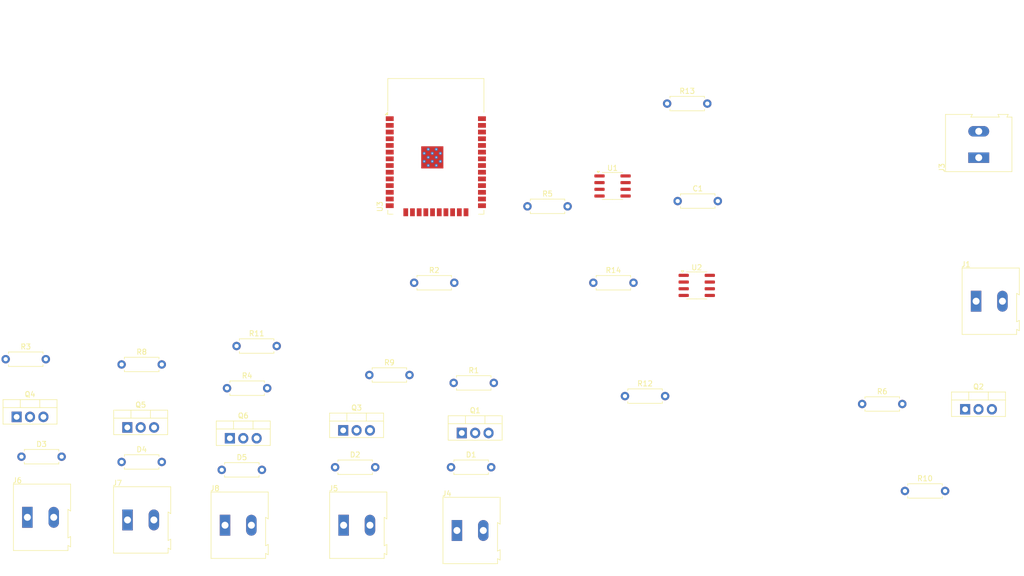
<source format=kicad_pcb>
(kicad_pcb (version 20241229) (generator "pcbnew") (generator_version "9.0")
  (layers (0 "F.Cu" signal) (2 "B.Cu" signal) (13 "F.Paste" user) (15 "B.Paste" user) (5 "F.SilkS" user "F.Silkscreen") (7 "B.SilkS" user "B.Silkscreen") (1 "F.Mask" user) (3 "B.Mask" user) (25 "Edge.Cuts" user))
  (net 0 "")
  (net 1 "Net-(J3-Pin_1)")
  (net 3 "Net-(J3-Pin_2)")
  (net 4 "Net-(D1-A)")
  (net 5 "Net-(U1-SCL)")
  (net 7 "Net-(U1-VS)")
  (net 8 "Net-(U1-SDA)")
  (net 9 "Net-(Q1-C)")
  (net 23 "Net-(U3-IO16)")
  (net 24 "Net-(U3-IO18)")
  (net 31 "Net-(U3-IO15)")
  (net 38 "Net-(U3-IO19)")
  (net 43 "Net-(D1-K)")
  (net 44 "Net-(D2-K)")
  (net 45 "Net-(D3-K)")
  (net 46 "Net-(D4-K)")
  (net 47 "Net-(D5-K)")
  (net 48 "Net-(J1-Pin_1)")
  (net 49 "Net-(Q1-B)")
  (net 50 "Net-(Q2-B)")
  (net 51 "Net-(Q3-B)")
  (net 52 "Net-(Q4-B)")
  (net 53 "Net-(Q5-B)")
  (net 54 "Net-(Q6-B)")
  (footprint "Resistor_THT:R_Axial_DIN0207_L6.3mm_D2.5mm_P7.62mm_Horizontal" (layer "F.Cu") (at 51.38 112)
    (property "Reference" "R3" (at 3.81 -2.37 0) (layer "F.SilkS"))
    (property "Value" "1k")
    (fp_line (start 0.54 -1.37) (end 7.08 -1.37) (stroke (width 0.12)) (layer "F.SilkS"))
    (fp_line (start 0.54 -1.04) (end 0.54 -1.37) (stroke (width 0.12)) (layer "F.SilkS"))
    (fp_line (start 0.54 1.04) (end 0.54 1.37) (stroke (width 0.12)) (layer "F.SilkS"))
    (fp_line (start 0.54 1.37) (end 7.08 1.37) (stroke (width 0.12)) (layer "F.SilkS"))
    (fp_line (start 7.08 -1.37) (end 7.08 -1.04) (stroke (width 0.12)) (layer "F.SilkS"))
    (fp_line (start 7.08 1.37) (end 7.08 1.04) (stroke (width 0.12)) (layer "F.SilkS"))
    (pad "1" thru_hole circle (at 0 0) (size 1.6 1.6) (drill 0.8) (layers "*.Cu" "*.Mask") (net 9 "Net-(Q1-C)"))
    (pad "2" thru_hole oval (at 7.62 0) (size 1.6 1.6) (drill 0.8) (layers "*.Cu" "*.Mask") (net 52 "Net-(Q4-B)"))
  )
  (footprint "Package_SO:SOIC-8_3.9x4.9mm_P1.27mm" (layer "F.Cu") (at 182.5 98)
    (property "Reference" "U2" (at 0 -3.4 0) (layer "F.SilkS"))
    (property "Value" "XL1509-3.3")
    (fp_line (start 0 -2.56) (end -1.95 -2.56) (stroke (width 0.12)) (layer "F.SilkS"))
    (fp_line (start 0 -2.56) (end 1.95 -2.56) (stroke (width 0.12)) (layer "F.SilkS"))
    (fp_line (start 0 2.56) (end -1.95 2.56) (stroke (width 0.12)) (layer "F.SilkS"))
    (fp_line (start 0 2.56) (end 1.95 2.56) (stroke (width 0.12)) (layer "F.SilkS"))
    (fp_poly (pts (xy -2.7 -2.465) (xy -2.94 -2.795) (xy -2.46 -2.795)) (stroke (width 0.12)) (fill yes) (layer "F.SilkS"))
    (pad "1" smd roundrect (at -2.475 -1.905) (size 1.95 0.6) (layers "F.Cu" "F.Mask" "F.Paste") (net 9 "Net-(Q1-C)"))
    (pad "2" smd roundrect (at -2.475 -0.635) (size 1.95 0.6) (layers "F.Cu" "F.Mask" "F.Paste") (net 7 "Net-(U1-VS)"))
    (pad "3" smd roundrect (at -2.475 0.635) (size 1.95 0.6) (layers "F.Cu" "F.Mask" "F.Paste"))
    (pad "4" smd roundrect (at -2.475 1.905) (size 1.95 0.6) (layers "F.Cu" "F.Mask" "F.Paste"))
    (pad "5" smd roundrect (at 2.475 1.905) (size 1.95 0.6) (layers "F.Cu" "F.Mask" "F.Paste") (net 4 "Net-(D1-A)"))
    (pad "6" smd roundrect (at 2.475 0.635) (size 1.95 0.6) (layers "F.Cu" "F.Mask" "F.Paste") (net 4 "Net-(D1-A)"))
    (pad "7" smd roundrect (at 2.475 -0.635) (size 1.95 0.6) (layers "F.Cu" "F.Mask" "F.Paste") (net 4 "Net-(D1-A)"))
    (pad "8" smd roundrect (at 2.475 -1.905) (size 1.95 0.6) (layers "F.Cu" "F.Mask" "F.Paste") (net 4 "Net-(D1-A)"))
  )
  (footprint "TerminalBlock:TerminalBlock_Altech_AK300-2_P5.00mm" (layer "F.Cu") (at 74.5 142.5)
    (property "Reference" "J7" (at -1.92 -6.99 0) (layer "F.SilkS"))
    (property "Value" "Term 4")
    (fp_line (start -2.65 -6.3) (end -2.65 6.3) (stroke (width 0.12)) (layer "F.SilkS"))
    (fp_line (start -2.65 6.3) (end 7.7 6.3) (stroke (width 0.12)) (layer "F.SilkS"))
    (fp_line (start 7.7 -1.5) (end 8.2 -1.2) (stroke (width 0.12)) (layer "F.SilkS"))
    (fp_line (start 7.7 3.9) (end 7.7 -1.5) (stroke (width 0.12)) (layer "F.SilkS"))
    (fp_line (start 7.7 5.35) (end 8.2 5.6) (stroke (width 0.12)) (layer "F.SilkS"))
    (fp_line (start 7.7 6.3) (end 7.7 5.35) (stroke (width 0.12)) (layer "F.SilkS"))
    (fp_line (start 8.2 -6.3) (end -2.65 -6.3) (stroke (width 0.12)) (layer "F.SilkS"))
    (fp_line (start 8.2 -1.2) (end 8.2 -6.3) (stroke (width 0.12)) (layer "F.SilkS"))
    (fp_line (start 8.2 3.65) (end 7.7 3.9) (stroke (width 0.12)) (layer "F.SilkS"))
    (fp_line (start 8.2 3.7) (end 8.2 3.65) (stroke (width 0.12)) (layer "F.SilkS"))
    (fp_line (start 8.2 5.6) (end 8.2 3.7) (stroke (width 0.12)) (layer "F.SilkS"))
    (pad "1" thru_hole rect (at 0 0) (size 1.98 3.96) (drill 1.32) (layers "*.Cu" "*.Mask") (net 46 "Net-(D4-K)"))
    (pad "2" thru_hole oval (at 5 0) (size 1.98 3.96) (drill 1.32) (layers "*.Cu" "*.Mask") (net 4 "Net-(D1-A)"))
  )
  (footprint "Resistor_THT:R_Axial_DIN0207_L6.3mm_D2.5mm_P7.62mm_Horizontal" (layer "F.Cu") (at 135.88 132.5)
    (property "Reference" "D1" (at 3.81 -2.37 0) (layer "F.SilkS"))
    (property "Value" "D")
    (fp_line (start 0.54 -1.37) (end 7.08 -1.37) (stroke (width 0.12)) (layer "F.SilkS"))
    (fp_line (start 0.54 -1.04) (end 0.54 -1.37) (stroke (width 0.12)) (layer "F.SilkS"))
    (fp_line (start 0.54 1.04) (end 0.54 1.37) (stroke (width 0.12)) (layer "F.SilkS"))
    (fp_line (start 0.54 1.37) (end 7.08 1.37) (stroke (width 0.12)) (layer "F.SilkS"))
    (fp_line (start 7.08 -1.37) (end 7.08 -1.04) (stroke (width 0.12)) (layer "F.SilkS"))
    (fp_line (start 7.08 1.37) (end 7.08 1.04) (stroke (width 0.12)) (layer "F.SilkS"))
    (pad "1" thru_hole circle (at 0 0) (size 1.6 1.6) (drill 0.8) (layers "*.Cu" "*.Mask") (net 43 "Net-(D1-K)"))
    (pad "2" thru_hole oval (at 7.62 0) (size 1.6 1.6) (drill 0.8) (layers "*.Cu" "*.Mask") (net 4 "Net-(D1-A)"))
  )
  (footprint "TerminalBlock:TerminalBlock_Altech_AK300-2_P5.00mm" (layer "F.Cu") (at 93 143.5)
    (property "Reference" "J8" (at -1.92 -6.99 0) (layer "F.SilkS"))
    (property "Value" "Term 5")
    (fp_line (start -2.65 -6.3) (end -2.65 6.3) (stroke (width 0.12)) (layer "F.SilkS"))
    (fp_line (start -2.65 6.3) (end 7.7 6.3) (stroke (width 0.12)) (layer "F.SilkS"))
    (fp_line (start 7.7 -1.5) (end 8.2 -1.2) (stroke (width 0.12)) (layer "F.SilkS"))
    (fp_line (start 7.7 3.9) (end 7.7 -1.5) (stroke (width 0.12)) (layer "F.SilkS"))
    (fp_line (start 7.7 5.35) (end 8.2 5.6) (stroke (width 0.12)) (layer "F.SilkS"))
    (fp_line (start 7.7 6.3) (end 7.7 5.35) (stroke (width 0.12)) (layer "F.SilkS"))
    (fp_line (start 8.2 -6.3) (end -2.65 -6.3) (stroke (width 0.12)) (layer "F.SilkS"))
    (fp_line (start 8.2 -1.2) (end 8.2 -6.3) (stroke (width 0.12)) (layer "F.SilkS"))
    (fp_line (start 8.2 3.65) (end 7.7 3.9) (stroke (width 0.12)) (layer "F.SilkS"))
    (fp_line (start 8.2 3.7) (end 8.2 3.65) (stroke (width 0.12)) (layer "F.SilkS"))
    (fp_line (start 8.2 5.6) (end 8.2 3.7) (stroke (width 0.12)) (layer "F.SilkS"))
    (pad "1" thru_hole rect (at 0 0) (size 1.98 3.96) (drill 1.32) (layers "*.Cu" "*.Mask") (net 47 "Net-(D5-K)"))
    (pad "2" thru_hole oval (at 5 0) (size 1.98 3.96) (drill 1.32) (layers "*.Cu" "*.Mask") (net 4 "Net-(D1-A)"))
  )
  (footprint "TerminalBlock:TerminalBlock_Altech_AK300-2_P5.00mm" (layer "F.Cu") (at 55.5 142)
    (property "Reference" "J6" (at -1.92 -6.99 0) (layer "F.SilkS"))
    (property "Value" "Term 3")
    (fp_line (start -2.65 -6.3) (end -2.65 6.3) (stroke (width 0.12)) (layer "F.SilkS"))
    (fp_line (start -2.65 6.3) (end 7.7 6.3) (stroke (width 0.12)) (layer "F.SilkS"))
    (fp_line (start 7.7 -1.5) (end 8.2 -1.2) (stroke (width 0.12)) (layer "F.SilkS"))
    (fp_line (start 7.7 3.9) (end 7.7 -1.5) (stroke (width 0.12)) (layer "F.SilkS"))
    (fp_line (start 7.7 5.35) (end 8.2 5.6) (stroke (width 0.12)) (layer "F.SilkS"))
    (fp_line (start 7.7 6.3) (end 7.7 5.35) (stroke (width 0.12)) (layer "F.SilkS"))
    (fp_line (start 8.2 -6.3) (end -2.65 -6.3) (stroke (width 0.12)) (layer "F.SilkS"))
    (fp_line (start 8.2 -1.2) (end 8.2 -6.3) (stroke (width 0.12)) (layer "F.SilkS"))
    (fp_line (start 8.2 3.65) (end 7.7 3.9) (stroke (width 0.12)) (layer "F.SilkS"))
    (fp_line (start 8.2 3.7) (end 8.2 3.65) (stroke (width 0.12)) (layer "F.SilkS"))
    (fp_line (start 8.2 5.6) (end 8.2 3.7) (stroke (width 0.12)) (layer "F.SilkS"))
    (pad "1" thru_hole rect (at 0 0) (size 1.98 3.96) (drill 1.32) (layers "*.Cu" "*.Mask") (net 45 "Net-(D3-K)"))
    (pad "2" thru_hole oval (at 5 0) (size 1.98 3.96) (drill 1.32) (layers "*.Cu" "*.Mask") (net 4 "Net-(D1-A)"))
  )
  (footprint "Package_TO_SOT_THT:TO-220-3_Vertical" (layer "F.Cu") (at 53.46 122.945)
    (property "Reference" "Q4" (at 2.54 -4.27 0) (layer "F.SilkS"))
    (property "Value" "NPN")
    (fp_line (start -2.58 -3.27) (end -2.58 1.371) (stroke (width 0.12)) (layer "F.SilkS"))
    (fp_line (start -2.58 -3.27) (end 7.66 -3.27) (stroke (width 0.12)) (layer "F.SilkS"))
    (fp_line (start -2.58 -1.76) (end 7.66 -1.76) (stroke (width 0.12)) (layer "F.SilkS"))
    (fp_line (start -2.58 1.371) (end 7.66 1.371) (stroke (width 0.12)) (layer "F.SilkS"))
    (fp_line (start 0.69 -3.27) (end 0.69 -1.76) (stroke (width 0.12)) (layer "F.SilkS"))
    (fp_line (start 4.391 -3.27) (end 4.391 -1.76) (stroke (width 0.12)) (layer "F.SilkS"))
    (fp_line (start 7.66 -3.27) (end 7.66 1.371) (stroke (width 0.12)) (layer "F.SilkS"))
    (pad "1" thru_hole rect (at 0 0) (size 1.905 2) (drill 1.1) (layers "*.Cu" "*.Mask") (net 9 "Net-(Q1-C)"))
    (pad "2" thru_hole oval (at 2.54 0) (size 1.905 2) (drill 1.1) (layers "*.Cu" "*.Mask") (net 52 "Net-(Q4-B)"))
    (pad "3" thru_hole oval (at 5.08 0) (size 1.905 2) (drill 1.1) (layers "*.Cu" "*.Mask") (net 45 "Net-(D3-K)"))
  )
  (footprint "Resistor_THT:R_Axial_DIN0207_L6.3mm_D2.5mm_P7.62mm_Horizontal" (layer "F.Cu") (at 120.38 115)
    (property "Reference" "R9" (at 3.81 -2.37 0) (layer "F.SilkS"))
    (property "Value" "10k")
    (fp_line (start 0.54 -1.37) (end 7.08 -1.37) (stroke (width 0.12)) (layer "F.SilkS"))
    (fp_line (start 0.54 -1.04) (end 0.54 -1.37) (stroke (width 0.12)) (layer "F.SilkS"))
    (fp_line (start 0.54 1.04) (end 0.54 1.37) (stroke (width 0.12)) (layer "F.SilkS"))
    (fp_line (start 0.54 1.37) (end 7.08 1.37) (stroke (width 0.12)) (layer "F.SilkS"))
    (fp_line (start 7.08 -1.37) (end 7.08 -1.04) (stroke (width 0.12)) (layer "F.SilkS"))
    (fp_line (start 7.08 1.37) (end 7.08 1.04) (stroke (width 0.12)) (layer "F.SilkS"))
    (pad "1" thru_hole circle (at 0 0) (size 1.6 1.6) (drill 0.8) (layers "*.Cu" "*.Mask") (net 23 "Net-(U3-IO16)"))
    (pad "2" thru_hole oval (at 7.62 0) (size 1.6 1.6) (drill 0.8) (layers "*.Cu" "*.Mask") (net 4 "Net-(D1-A)"))
  )
  (footprint "Resistor_THT:R_Axial_DIN0207_L6.3mm_D2.5mm_P7.62mm_Horizontal" (layer "F.Cu") (at 168.88 119)
    (property "Reference" "R12" (at 3.81 -2.37 0) (layer "F.SilkS"))
    (property "Value" "10k")
    (fp_line (start 0.54 -1.37) (end 7.08 -1.37) (stroke (width 0.12)) (layer "F.SilkS"))
    (fp_line (start 0.54 -1.04) (end 0.54 -1.37) (stroke (width 0.12)) (layer "F.SilkS"))
    (fp_line (start 0.54 1.04) (end 0.54 1.37) (stroke (width 0.12)) (layer "F.SilkS"))
    (fp_line (start 0.54 1.37) (end 7.08 1.37) (stroke (width 0.12)) (layer "F.SilkS"))
    (fp_line (start 7.08 -1.37) (end 7.08 -1.04) (stroke (width 0.12)) (layer "F.SilkS"))
    (fp_line (start 7.08 1.37) (end 7.08 1.04) (stroke (width 0.12)) (layer "F.SilkS"))
    (pad "1" thru_hole circle (at 0 0) (size 1.6 1.6) (drill 0.8) (layers "*.Cu" "*.Mask") (net 38 "Net-(U3-IO19)"))
    (pad "2" thru_hole oval (at 7.62 0) (size 1.6 1.6) (drill 0.8) (layers "*.Cu" "*.Mask") (net 4 "Net-(D1-A)"))
  )
  (footprint "TerminalBlock:TerminalBlock_Altech_AK300-2_P5.00mm" (layer "F.Cu") (at 235.5 101)
    (property "Reference" "J1" (at -1.92 -6.99 0) (layer "F.SilkS"))
    (property "Value" "Power")
    (fp_line (start -2.65 -6.3) (end -2.65 6.3) (stroke (width 0.12)) (layer "F.SilkS"))
    (fp_line (start -2.65 6.3) (end 7.7 6.3) (stroke (width 0.12)) (layer "F.SilkS"))
    (fp_line (start 7.7 -1.5) (end 8.2 -1.2) (stroke (width 0.12)) (layer "F.SilkS"))
    (fp_line (start 7.7 3.9) (end 7.7 -1.5) (stroke (width 0.12)) (layer "F.SilkS"))
    (fp_line (start 7.7 5.35) (end 8.2 5.6) (stroke (width 0.12)) (layer "F.SilkS"))
    (fp_line (start 7.7 6.3) (end 7.7 5.35) (stroke (width 0.12)) (layer "F.SilkS"))
    (fp_line (start 8.2 -6.3) (end -2.65 -6.3) (stroke (width 0.12)) (layer "F.SilkS"))
    (fp_line (start 8.2 -1.2) (end 8.2 -6.3) (stroke (width 0.12)) (layer "F.SilkS"))
    (fp_line (start 8.2 3.65) (end 7.7 3.9) (stroke (width 0.12)) (layer "F.SilkS"))
    (fp_line (start 8.2 3.7) (end 8.2 3.65) (stroke (width 0.12)) (layer "F.SilkS"))
    (fp_line (start 8.2 5.6) (end 8.2 3.7) (stroke (width 0.12)) (layer "F.SilkS"))
    (pad "1" thru_hole rect (at 0 0) (size 1.98 3.96) (drill 1.32) (layers "*.Cu" "*.Mask") (net 48 "Net-(J1-Pin_1)"))
    (pad "2" thru_hole oval (at 5 0) (size 1.98 3.96) (drill 1.32) (layers "*.Cu" "*.Mask") (net 4 "Net-(D1-A)"))
  )
  (footprint "Resistor_THT:R_Axial_DIN0207_L6.3mm_D2.5mm_P7.62mm_Horizontal" (layer "F.Cu") (at 178.88 82)
    (property "Reference" "C1" (at 3.81 -2.37 0) (layer "F.SilkS"))
    (property "Value" "0.1 µF")
    (fp_line (start 0.54 -1.37) (end 7.08 -1.37) (stroke (width 0.12)) (layer "F.SilkS"))
    (fp_line (start 0.54 -1.04) (end 0.54 -1.37) (stroke (width 0.12)) (layer "F.SilkS"))
    (fp_line (start 0.54 1.04) (end 0.54 1.37) (stroke (width 0.12)) (layer "F.SilkS"))
    (fp_line (start 0.54 1.37) (end 7.08 1.37) (stroke (width 0.12)) (layer "F.SilkS"))
    (fp_line (start 7.08 -1.37) (end 7.08 -1.04) (stroke (width 0.12)) (layer "F.SilkS"))
    (fp_line (start 7.08 1.37) (end 7.08 1.04) (stroke (width 0.12)) (layer "F.SilkS"))
    (pad "1" thru_hole circle (at 0 0) (size 1.6 1.6) (drill 0.8) (layers "*.Cu" "*.Mask") (net 7 "Net-(U1-VS)"))
    (pad "2" thru_hole oval (at 7.62 0) (size 1.6 1.6) (drill 0.8) (layers "*.Cu" "*.Mask") (net 4 "Net-(D1-A)"))
  )
  (footprint "Resistor_THT:R_Axial_DIN0207_L6.3mm_D2.5mm_P7.62mm_Horizontal" (layer "F.Cu") (at 136.38 116.5)
    (property "Reference" "R1" (at 3.81 -2.37 0) (layer "F.SilkS"))
    (property "Value" "470")
    (fp_line (start 0.54 -1.37) (end 7.08 -1.37) (stroke (width 0.12)) (layer "F.SilkS"))
    (fp_line (start 0.54 -1.04) (end 0.54 -1.37) (stroke (width 0.12)) (layer "F.SilkS"))
    (fp_line (start 0.54 1.04) (end 0.54 1.37) (stroke (width 0.12)) (layer "F.SilkS"))
    (fp_line (start 0.54 1.37) (end 7.08 1.37) (stroke (width 0.12)) (layer "F.SilkS"))
    (fp_line (start 7.08 -1.37) (end 7.08 -1.04) (stroke (width 0.12)) (layer "F.SilkS"))
    (fp_line (start 7.08 1.37) (end 7.08 1.04) (stroke (width 0.12)) (layer "F.SilkS"))
    (pad "1" thru_hole circle (at 0 0) (size 1.6 1.6) (drill 0.8) (layers "*.Cu" "*.Mask") (net 31 "Net-(U3-IO15)"))
    (pad "2" thru_hole oval (at 7.62 0) (size 1.6 1.6) (drill 0.8) (layers "*.Cu" "*.Mask") (net 49 "Net-(Q1-B)"))
  )
  (footprint "Resistor_THT:R_Axial_DIN0207_L6.3mm_D2.5mm_P7.62mm_Horizontal" (layer "F.Cu") (at 128.88 97.5)
    (property "Reference" "R2" (at 3.81 -2.37 0) (layer "F.SilkS"))
    (property "Value" "1k")
    (fp_line (start 0.54 -1.37) (end 7.08 -1.37) (stroke (width 0.12)) (layer "F.SilkS"))
    (fp_line (start 0.54 -1.04) (end 0.54 -1.37) (stroke (width 0.12)) (layer "F.SilkS"))
    (fp_line (start 0.54 1.04) (end 0.54 1.37) (stroke (width 0.12)) (layer "F.SilkS"))
    (fp_line (start 0.54 1.37) (end 7.08 1.37) (stroke (width 0.12)) (layer "F.SilkS"))
    (fp_line (start 7.08 -1.37) (end 7.08 -1.04) (stroke (width 0.12)) (layer "F.SilkS"))
    (fp_line (start 7.08 1.37) (end 7.08 1.04) (stroke (width 0.12)) (layer "F.SilkS"))
    (pad "1" thru_hole circle (at 0 0) (size 1.6 1.6) (drill 0.8) (layers "*.Cu" "*.Mask") (net 23 "Net-(U3-IO16)"))
    (pad "2" thru_hole oval (at 7.62 0) (size 1.6 1.6) (drill 0.8) (layers "*.Cu" "*.Mask") (net 51 "Net-(Q3-B)"))
  )
  (footprint "Resistor_THT:R_Axial_DIN0207_L6.3mm_D2.5mm_P7.62mm_Horizontal" (layer "F.Cu") (at 95.19 109.5)
    (property "Reference" "R11" (at 3.81 -2.37 0) (layer "F.SilkS"))
    (property "Value" "10k")
    (fp_line (start 0.54 -1.37) (end 7.08 -1.37) (stroke (width 0.12)) (layer "F.SilkS"))
    (fp_line (start 0.54 -1.04) (end 0.54 -1.37) (stroke (width 0.12)) (layer "F.SilkS"))
    (fp_line (start 0.54 1.04) (end 0.54 1.37) (stroke (width 0.12)) (layer "F.SilkS"))
    (fp_line (start 0.54 1.37) (end 7.08 1.37) (stroke (width 0.12)) (layer "F.SilkS"))
    (fp_line (start 7.08 -1.37) (end 7.08 -1.04) (stroke (width 0.12)) (layer "F.SilkS"))
    (fp_line (start 7.08 1.37) (end 7.08 1.04) (stroke (width 0.12)) (layer "F.SilkS"))
    (pad "1" thru_hole circle (at 0 0) (size 1.6 1.6) (drill 0.8) (layers "*.Cu" "*.Mask") (net 24 "Net-(U3-IO18)"))
    (pad "2" thru_hole oval (at 7.62 0) (size 1.6 1.6) (drill 0.8) (layers "*.Cu" "*.Mask") (net 4 "Net-(D1-A)"))
  )
  (footprint "Package_TO_SOT_THT:TO-220-3_Vertical" (layer "F.Cu") (at 74.46 124.945)
    (property "Reference" "Q5" (at 2.54 -4.27 0) (layer "F.SilkS"))
    (property "Value" "NPN")
    (fp_line (start -2.58 -3.27) (end -2.58 1.371) (stroke (width 0.12)) (layer "F.SilkS"))
    (fp_line (start -2.58 -3.27) (end 7.66 -3.27) (stroke (width 0.12)) (layer "F.SilkS"))
    (fp_line (start -2.58 -1.76) (end 7.66 -1.76) (stroke (width 0.12)) (layer "F.SilkS"))
    (fp_line (start -2.58 1.371) (end 7.66 1.371) (stroke (width 0.12)) (layer "F.SilkS"))
    (fp_line (start 0.69 -3.27) (end 0.69 -1.76) (stroke (width 0.12)) (layer "F.SilkS"))
    (fp_line (start 4.391 -3.27) (end 4.391 -1.76) (stroke (width 0.12)) (layer "F.SilkS"))
    (fp_line (start 7.66 -3.27) (end 7.66 1.371) (stroke (width 0.12)) (layer "F.SilkS"))
    (pad "1" thru_hole rect (at 0 0) (size 1.905 2) (drill 1.1) (layers "*.Cu" "*.Mask") (net 9 "Net-(Q1-C)"))
    (pad "2" thru_hole oval (at 2.54 0) (size 1.905 2) (drill 1.1) (layers "*.Cu" "*.Mask") (net 53 "Net-(Q5-B)"))
    (pad "3" thru_hole oval (at 5.08 0) (size 1.905 2) (drill 1.1) (layers "*.Cu" "*.Mask") (net 46 "Net-(D4-K)"))
  )
  (footprint "Resistor_THT:R_Axial_DIN0207_L6.3mm_D2.5mm_P7.62mm_Horizontal" (layer "F.Cu") (at 73.38 113)
    (property "Reference" "R8" (at 3.81 -2.37 0) (layer "F.SilkS"))
    (property "Value" "10k")
    (fp_line (start 0.54 -1.37) (end 7.08 -1.37) (stroke (width 0.12)) (layer "F.SilkS"))
    (fp_line (start 0.54 -1.04) (end 0.54 -1.37) (stroke (width 0.12)) (layer "F.SilkS"))
    (fp_line (start 0.54 1.04) (end 0.54 1.37) (stroke (width 0.12)) (layer "F.SilkS"))
    (fp_line (start 0.54 1.37) (end 7.08 1.37) (stroke (width 0.12)) (layer "F.SilkS"))
    (fp_line (start 7.08 -1.37) (end 7.08 -1.04) (stroke (width 0.12)) (layer "F.SilkS"))
    (fp_line (start 7.08 1.37) (end 7.08 1.04) (stroke (width 0.12)) (layer "F.SilkS"))
    (pad "1" thru_hole circle (at 0 0) (size 1.6 1.6) (drill 0.8) (layers "*.Cu" "*.Mask") (net 31 "Net-(U3-IO15)"))
    (pad "2" thru_hole oval (at 7.62 0) (size 1.6 1.6) (drill 0.8) (layers "*.Cu" "*.Mask") (net 4 "Net-(D1-A)"))
  )
  (footprint "Resistor_THT:R_Axial_DIN0207_L6.3mm_D2.5mm_P7.62mm_Horizontal" (layer "F.Cu") (at 113.88 132.5)
    (property "Reference" "D2" (at 3.81 -2.37 0) (layer "F.SilkS"))
    (property "Value" "D")
    (fp_line (start 0.54 -1.37) (end 7.08 -1.37) (stroke (width 0.12)) (layer "F.SilkS"))
    (fp_line (start 0.54 -1.04) (end 0.54 -1.37) (stroke (width 0.12)) (layer "F.SilkS"))
    (fp_line (start 0.54 1.04) (end 0.54 1.37) (stroke (width 0.12)) (layer "F.SilkS"))
    (fp_line (start 0.54 1.37) (end 7.08 1.37) (stroke (width 0.12)) (layer "F.SilkS"))
    (fp_line (start 7.08 -1.37) (end 7.08 -1.04) (stroke (width 0.12)) (layer "F.SilkS"))
    (fp_line (start 7.08 1.37) (end 7.08 1.04) (stroke (width 0.12)) (layer "F.SilkS"))
    (pad "1" thru_hole circle (at 0 0) (size 1.6 1.6) (drill 0.8) (layers "*.Cu" "*.Mask") (net 44 "Net-(D2-K)"))
    (pad "2" thru_hole oval (at 7.62 0) (size 1.6 1.6) (drill 0.8) (layers "*.Cu" "*.Mask") (net 4 "Net-(D1-A)"))
  )
  (footprint "Resistor_THT:R_Axial_DIN0207_L6.3mm_D2.5mm_P7.62mm_Horizontal" (layer "F.Cu") (at 213.88 120.5)
    (property "Reference" "R6" (at 3.81 -2.37 0) (layer "F.SilkS"))
    (property "Value" "1k")
    (fp_line (start 0.54 -1.37) (end 7.08 -1.37) (stroke (width 0.12)) (layer "F.SilkS"))
    (fp_line (start 0.54 -1.04) (end 0.54 -1.37) (stroke (width 0.12)) (layer "F.SilkS"))
    (fp_line (start 0.54 1.04) (end 0.54 1.37) (stroke (width 0.12)) (layer "F.SilkS"))
    (fp_line (start 0.54 1.37) (end 7.08 1.37) (stroke (width 0.12)) (layer "F.SilkS"))
    (fp_line (start 7.08 -1.37) (end 7.08 -1.04) (stroke (width 0.12)) (layer "F.SilkS"))
    (fp_line (start 7.08 1.37) (end 7.08 1.04) (stroke (width 0.12)) (layer "F.SilkS"))
    (pad "1" thru_hole circle (at 0 0) (size 1.6 1.6) (drill 0.8) (layers "*.Cu" "*.Mask") (net 50 "Net-(Q2-B)"))
    (pad "2" thru_hole oval (at 7.62 0) (size 1.6 1.6) (drill 0.8) (layers "*.Cu" "*.Mask") (net 4 "Net-(D1-A)"))
  )
  (footprint "Resistor_THT:R_Axial_DIN0207_L6.3mm_D2.5mm_P7.62mm_Horizontal" (layer "F.Cu") (at 162.88 97.5)
    (property "Reference" "R14" (at 3.81 -2.37 0) (layer "F.SilkS"))
    (property "Value" "4.7k")
    (fp_line (start 0.54 -1.37) (end 7.08 -1.37) (stroke (width 0.12)) (layer "F.SilkS"))
    (fp_line (start 0.54 -1.04) (end 0.54 -1.37) (stroke (width 0.12)) (layer "F.SilkS"))
    (fp_line (start 0.54 1.04) (end 0.54 1.37) (stroke (width 0.12)) (layer "F.SilkS"))
    (fp_line (start 0.54 1.37) (end 7.08 1.37) (stroke (width 0.12)) (layer "F.SilkS"))
    (fp_line (start 7.08 -1.37) (end 7.08 -1.04) (stroke (width 0.12)) (layer "F.SilkS"))
    (fp_line (start 7.08 1.37) (end 7.08 1.04) (stroke (width 0.12)) (layer "F.SilkS"))
    (pad "1" thru_hole circle (at 0 0) (size 1.6 1.6) (drill 0.8) (layers "*.Cu" "*.Mask") (net 5 "Net-(U1-SCL)"))
    (pad "2" thru_hole oval (at 7.62 0) (size 1.6 1.6) (drill 0.8) (layers "*.Cu" "*.Mask") (net 7 "Net-(U1-VS)"))
  )
  (footprint "Resistor_THT:R_Axial_DIN0207_L6.3mm_D2.5mm_P7.62mm_Horizontal" (layer "F.Cu") (at 92.38 133)
    (property "Reference" "D5" (at 3.81 -2.37 0) (layer "F.SilkS"))
    (property "Value" "D")
    (fp_line (start 0.54 -1.37) (end 7.08 -1.37) (stroke (width 0.12)) (layer "F.SilkS"))
    (fp_line (start 0.54 -1.04) (end 0.54 -1.37) (stroke (width 0.12)) (layer "F.SilkS"))
    (fp_line (start 0.54 1.04) (end 0.54 1.37) (stroke (width 0.12)) (layer "F.SilkS"))
    (fp_line (start 0.54 1.37) (end 7.08 1.37) (stroke (width 0.12)) (layer "F.SilkS"))
    (fp_line (start 7.08 -1.37) (end 7.08 -1.04) (stroke (width 0.12)) (layer "F.SilkS"))
    (fp_line (start 7.08 1.37) (end 7.08 1.04) (stroke (width 0.12)) (layer "F.SilkS"))
    (pad "1" thru_hole circle (at 0 0) (size 1.6 1.6) (drill 0.8) (layers "*.Cu" "*.Mask") (net 47 "Net-(D5-K)"))
    (pad "2" thru_hole oval (at 7.62 0) (size 1.6 1.6) (drill 0.8) (layers "*.Cu" "*.Mask") (net 4 "Net-(D1-A)"))
  )
  (footprint "Package_SO:SOIC-8_3.9x4.9mm_P1.27mm" (layer "F.Cu") (at 166.525 79.135)
    (property "Reference" "U1" (at 0 -3.4 0) (layer "F.SilkS"))
    (property "Value" "INA260")
    (fp_line (start 0 -2.56) (end -1.95 -2.56) (stroke (width 0.12)) (layer "F.SilkS"))
    (fp_line (start 0 -2.56) (end 1.95 -2.56) (stroke (width 0.12)) (layer "F.SilkS"))
    (fp_line (start 0 2.56) (end -1.95 2.56) (stroke (width 0.12)) (layer "F.SilkS"))
    (fp_line (start 0 2.56) (end 1.95 2.56) (stroke (width 0.12)) (layer "F.SilkS"))
    (fp_poly (pts (xy -2.7 -2.465) (xy -2.94 -2.795) (xy -2.46 -2.795)) (stroke (width 0.12)) (fill yes) (layer "F.SilkS"))
    (pad "1" smd roundrect (at -2.475 -1.905) (size 1.95 0.6) (layers "F.Cu" "F.Mask" "F.Paste"))
    (pad "2" smd roundrect (at -2.475 -0.635) (size 1.95 0.6) (layers "F.Cu" "F.Mask" "F.Paste"))
    (pad "3" smd roundrect (at -2.475 0.635) (size 1.95 0.6) (layers "F.Cu" "F.Mask" "F.Paste") (net 8 "Net-(U1-SDA)"))
    (pad "4" smd roundrect (at -2.475 1.905) (size 1.95 0.6) (layers "F.Cu" "F.Mask" "F.Paste") (net 5 "Net-(U1-SCL)"))
    (pad "5" smd roundrect (at 2.475 1.905) (size 1.95 0.6) (layers "F.Cu" "F.Mask" "F.Paste") (net 7 "Net-(U1-VS)"))
    (pad "6" smd roundrect (at 2.475 0.635) (size 1.95 0.6) (layers "F.Cu" "F.Mask" "F.Paste") (net 4 "Net-(D1-A)"))
    (pad "7" smd roundrect (at 2.475 -0.635) (size 1.95 0.6) (layers "F.Cu" "F.Mask" "F.Paste") (net 1 "Net-(J3-Pin_1)"))
    (pad "8" smd roundrect (at 2.475 -1.905) (size 1.95 0.6) (layers "F.Cu" "F.Mask" "F.Paste") (net 3 "Net-(J3-Pin_2)"))
  )
  (footprint "Package_TO_SOT_THT:TO-220-3_Vertical" (layer "F.Cu") (at 233.42 121.5)
    (property "Reference" "Q2" (at 2.54 -4.27 0) (layer "F.SilkS"))
    (property "Value" "PNP")
    (fp_line (start -2.58 -3.27) (end -2.58 1.371) (stroke (width 0.12)) (layer "F.SilkS"))
    (fp_line (start -2.58 -3.27) (end 7.66 -3.27) (stroke (width 0.12)) (layer "F.SilkS"))
    (fp_line (start -2.58 -1.76) (end 7.66 -1.76) (stroke (width 0.12)) (layer "F.SilkS"))
    (fp_line (start -2.58 1.371) (end 7.66 1.371) (stroke (width 0.12)) (layer "F.SilkS"))
    (fp_line (start 0.69 -3.27) (end 0.69 -1.76) (stroke (width 0.12)) (layer "F.SilkS"))
    (fp_line (start 4.391 -3.27) (end 4.391 -1.76) (stroke (width 0.12)) (layer "F.SilkS"))
    (fp_line (start 7.66 -3.27) (end 7.66 1.371) (stroke (width 0.12)) (layer "F.SilkS"))
    (pad "1" thru_hole rect (at 0 0) (size 1.905 2) (drill 1.1) (layers "*.Cu" "*.Mask") (net 9 "Net-(Q1-C)"))
    (pad "2" thru_hole oval (at 2.54 0) (size 1.905 2) (drill 1.1) (layers "*.Cu" "*.Mask") (net 50 "Net-(Q2-B)"))
    (pad "3" thru_hole oval (at 5.08 0) (size 1.905 2) (drill 1.1) (layers "*.Cu" "*.Mask") (net 48 "Net-(J1-Pin_1)"))
  )
  (footprint "Package_TO_SOT_THT:TO-220-3_Vertical" (layer "F.Cu") (at 115.42 125.5)
    (property "Reference" "Q3" (at 2.54 -4.27 0) (layer "F.SilkS"))
    (property "Value" "NPN")
    (fp_line (start -2.58 -3.27) (end -2.58 1.371) (stroke (width 0.12)) (layer "F.SilkS"))
    (fp_line (start -2.58 -3.27) (end 7.66 -3.27) (stroke (width 0.12)) (layer "F.SilkS"))
    (fp_line (start -2.58 -1.76) (end 7.66 -1.76) (stroke (width 0.12)) (layer "F.SilkS"))
    (fp_line (start -2.58 1.371) (end 7.66 1.371) (stroke (width 0.12)) (layer "F.SilkS"))
    (fp_line (start 0.69 -3.27) (end 0.69 -1.76) (stroke (width 0.12)) (layer "F.SilkS"))
    (fp_line (start 4.391 -3.27) (end 4.391 -1.76) (stroke (width 0.12)) (layer "F.SilkS"))
    (fp_line (start 7.66 -3.27) (end 7.66 1.371) (stroke (width 0.12)) (layer "F.SilkS"))
    (pad "1" thru_hole rect (at 0 0) (size 1.905 2) (drill 1.1) (layers "*.Cu" "*.Mask") (net 9 "Net-(Q1-C)"))
    (pad "2" thru_hole oval (at 2.54 0) (size 1.905 2) (drill 1.1) (layers "*.Cu" "*.Mask") (net 51 "Net-(Q3-B)"))
    (pad "3" thru_hole oval (at 5.08 0) (size 1.905 2) (drill 1.1) (layers "*.Cu" "*.Mask") (net 44 "Net-(D2-K)"))
  )
  (footprint "Resistor_THT:R_Axial_DIN0207_L6.3mm_D2.5mm_P7.62mm_Horizontal" (layer "F.Cu") (at 93.38 117.5)
    (property "Reference" "R4" (at 3.81 -2.37 0) (layer "F.SilkS"))
    (property "Value" "1k")
    (fp_line (start 0.54 -1.37) (end 7.08 -1.37) (stroke (width 0.12)) (layer "F.SilkS"))
    (fp_line (start 0.54 -1.04) (end 0.54 -1.37) (stroke (width 0.12)) (layer "F.SilkS"))
    (fp_line (start 0.54 1.04) (end 0.54 1.37) (stroke (width 0.12)) (layer "F.SilkS"))
    (fp_line (start 0.54 1.37) (end 7.08 1.37) (stroke (width 0.12)) (layer "F.SilkS"))
    (fp_line (start 7.08 -1.37) (end 7.08 -1.04) (stroke (width 0.12)) (layer "F.SilkS"))
    (fp_line (start 7.08 1.37) (end 7.08 1.04) (stroke (width 0.12)) (layer "F.SilkS"))
    (pad "1" thru_hole circle (at 0 0) (size 1.6 1.6) (drill 0.8) (layers "*.Cu" "*.Mask") (net 38 "Net-(U3-IO19)"))
    (pad "2" thru_hole oval (at 7.62 0) (size 1.6 1.6) (drill 0.8) (layers "*.Cu" "*.Mask") (net 54 "Net-(Q6-B)"))
  )
  (footprint "TerminalBlock:TerminalBlock_Altech_AK300-2_P5.00mm" (layer "F.Cu") (at 137 144.5)
    (property "Reference" "J4" (at -1.92 -6.99 0) (layer "F.SilkS"))
    (property "Value" "Term 1")
    (fp_line (start -2.65 -6.3) (end -2.65 6.3) (stroke (width 0.12)) (layer "F.SilkS"))
    (fp_line (start -2.65 6.3) (end 7.7 6.3) (stroke (width 0.12)) (layer "F.SilkS"))
    (fp_line (start 7.7 -1.5) (end 8.2 -1.2) (stroke (width 0.12)) (layer "F.SilkS"))
    (fp_line (start 7.7 3.9) (end 7.7 -1.5) (stroke (width 0.12)) (layer "F.SilkS"))
    (fp_line (start 7.7 5.35) (end 8.2 5.6) (stroke (width 0.12)) (layer "F.SilkS"))
    (fp_line (start 7.7 6.3) (end 7.7 5.35) (stroke (width 0.12)) (layer "F.SilkS"))
    (fp_line (start 8.2 -6.3) (end -2.65 -6.3) (stroke (width 0.12)) (layer "F.SilkS"))
    (fp_line (start 8.2 -1.2) (end 8.2 -6.3) (stroke (width 0.12)) (layer "F.SilkS"))
    (fp_line (start 8.2 3.65) (end 7.7 3.9) (stroke (width 0.12)) (layer "F.SilkS"))
    (fp_line (start 8.2 3.7) (end 8.2 3.65) (stroke (width 0.12)) (layer "F.SilkS"))
    (fp_line (start 8.2 5.6) (end 8.2 3.7) (stroke (width 0.12)) (layer "F.SilkS"))
    (pad "1" thru_hole rect (at 0 0) (size 1.98 3.96) (drill 1.32) (layers "*.Cu" "*.Mask") (net 43 "Net-(D1-K)"))
    (pad "2" thru_hole oval (at 5 0) (size 1.98 3.96) (drill 1.32) (layers "*.Cu" "*.Mask") (net 4 "Net-(D1-A)"))
  )
  (footprint "Package_TO_SOT_THT:TO-220-3_Vertical" (layer "F.Cu") (at 137.92 126)
    (property "Reference" "Q1" (at 2.54 -4.27 0) (layer "F.SilkS"))
    (property "Value" "NPN")
    (fp_line (start -2.58 -3.27) (end -2.58 1.371) (stroke (width 0.12)) (layer "F.SilkS"))
    (fp_line (start -2.58 -3.27) (end 7.66 -3.27) (stroke (width 0.12)) (layer "F.SilkS"))
    (fp_line (start -2.58 -1.76) (end 7.66 -1.76) (stroke (width 0.12)) (layer "F.SilkS"))
    (fp_line (start -2.58 1.371) (end 7.66 1.371) (stroke (width 0.12)) (layer "F.SilkS"))
    (fp_line (start 0.69 -3.27) (end 0.69 -1.76) (stroke (width 0.12)) (layer "F.SilkS"))
    (fp_line (start 4.391 -3.27) (end 4.391 -1.76) (stroke (width 0.12)) (layer "F.SilkS"))
    (fp_line (start 7.66 -3.27) (end 7.66 1.371) (stroke (width 0.12)) (layer "F.SilkS"))
    (pad "1" thru_hole rect (at 0 0) (size 1.905 2) (drill 1.1) (layers "*.Cu" "*.Mask") (net 9 "Net-(Q1-C)"))
    (pad "2" thru_hole oval (at 2.54 0) (size 1.905 2) (drill 1.1) (layers "*.Cu" "*.Mask") (net 49 "Net-(Q1-B)"))
    (pad "3" thru_hole oval (at 5.08 0) (size 1.905 2) (drill 1.1) (layers "*.Cu" "*.Mask") (net 43 "Net-(D1-K)"))
  )
  (footprint "RF_Module:ESP32-WROOM-32" (layer "F.Cu") (at 133 74.615)
    (property "Reference" "U3" (at -10.61 8.43 90) (layer "F.SilkS"))
    (property "Value" "ESP32-WROOM-32")
    (fp_line (start -9.12 -15.86) (end -9.12 -9.7) (stroke (width 0.12)) (layer "F.SilkS"))
    (fp_line (start -9.12 -15.86) (end 9.12 -15.86) (stroke (width 0.12)) (layer "F.SilkS"))
    (fp_line (start -9.12 9.1) (end -9.12 9.88) (stroke (width 0.12)) (layer "F.SilkS"))
    (fp_line (start -9.12 9.88) (end -8.12 9.88) (stroke (width 0.12)) (layer "F.SilkS"))
    (fp_line (start 9.12 -15.86) (end 9.12 -9.445) (stroke (width 0.12)) (layer "F.SilkS"))
    (fp_line (start 9.12 9.1) (end 9.12 9.88) (stroke (width 0.12)) (layer "F.SilkS"))
    (fp_line (start 9.12 9.88) (end 8.12 9.88) (stroke (width 0.12)) (layer "F.SilkS"))
    (fp_poly (pts (xy -9.125 -8.975) (xy -9.625 -8.975) (xy -9.125 -9.475) (xy -9.125 -8.975)) (stroke (width 0.12)) (fill yes) (layer "F.SilkS"))
    (pad "1" smd rect (at -8.75 -8.25) (size 1.5 0.9) (layers "F.Cu" "F.Mask" "F.Paste") (net 4 "Net-(D1-A)"))
    (pad "2" smd rect (at -8.75 -6.98) (size 1.5 0.9) (layers "F.Cu" "F.Mask" "F.Paste") (net 7 "Net-(U1-VS)"))
    (pad "3" smd rect (at -8.75 -5.71) (size 1.5 0.9) (layers "F.Cu" "F.Mask" "F.Paste"))
    (pad "4" smd rect (at -8.75 -4.44) (size 1.5 0.9) (layers "F.Cu" "F.Mask" "F.Paste"))
    (pad "5" smd rect (at -8.75 -3.17) (size 1.5 0.9) (layers "F.Cu" "F.Mask" "F.Paste"))
    (pad "6" smd rect (at -8.75 -1.9) (size 1.5 0.9) (layers "F.Cu" "F.Mask" "F.Paste"))
    (pad "7" smd rect (at -8.75 -0.63) (size 1.5 0.9) (layers "F.Cu" "F.Mask" "F.Paste"))
    (pad "8" smd rect (at -8.75 0.64) (size 1.5 0.9) (layers "F.Cu" "F.Mask" "F.Paste"))
    (pad "9" smd rect (at -8.75 1.91) (size 1.5 0.9) (layers "F.Cu" "F.Mask" "F.Paste"))
    (pad "10" smd rect (at -8.75 3.18) (size 1.5 0.9) (layers "F.Cu" "F.Mask" "F.Paste"))
    (pad "11" smd rect (at -8.75 4.45) (size 1.5 0.9) (layers "F.Cu" "F.Mask" "F.Paste"))
    (pad "12" smd rect (at -8.75 5.72) (size 1.5 0.9) (layers "F.Cu" "F.Mask" "F.Paste"))
    (pad "13" smd rect (at -8.75 6.99) (size 1.5 0.9) (layers "F.Cu" "F.Mask" "F.Paste"))
    (pad "14" smd rect (at -8.75 8.26) (size 1.5 0.9) (layers "F.Cu" "F.Mask" "F.Paste"))
    (pad "15" smd rect (at -5.71 9.51 90) (size 1.5 0.9) (layers "F.Cu" "F.Mask" "F.Paste") (net 4 "Net-(D1-A)"))
    (pad "16" smd rect (at -4.44 9.51 90) (size 1.5 0.9) (layers "F.Cu" "F.Mask" "F.Paste"))
    (pad "17" smd rect (at -3.17 9.51 90) (size 1.5 0.9) (layers "F.Cu" "F.Mask" "F.Paste"))
    (pad "18" smd rect (at -1.9 9.51 90) (size 1.5 0.9) (layers "F.Cu" "F.Mask" "F.Paste"))
    (pad "19" smd rect (at -0.63 9.51 90) (size 1.5 0.9) (layers "F.Cu" "F.Mask" "F.Paste"))
    (pad "20" smd rect (at 0.64 9.51 90) (size 1.5 0.9) (layers "F.Cu" "F.Mask" "F.Paste"))
    (pad "21" smd rect (at 1.91 9.51 90) (size 1.5 0.9) (layers "F.Cu" "F.Mask" "F.Paste"))
    (pad "22" smd rect (at 3.18 9.51 90) (size 1.5 0.9) (layers "F.Cu" "F.Mask" "F.Paste"))
    (pad "23" smd rect (at 4.45 9.51 90) (size 1.5 0.9) (layers "F.Cu" "F.Mask" "F.Paste") (net 31 "Net-(U3-IO15)"))
    (pad "24" smd rect (at 5.72 9.51 90) (size 1.5 0.9) (layers "F.Cu" "F.Mask" "F.Paste"))
    (pad "25" smd rect (at 8.75 8.26) (size 1.5 0.9) (layers "F.Cu" "F.Mask" "F.Paste"))
    (pad "26" smd rect (at 8.75 6.99) (size 1.5 0.9) (layers "F.Cu" "F.Mask" "F.Paste"))
    (pad "27" smd rect (at 8.75 5.72) (size 1.5 0.9) (layers "F.Cu" "F.Mask" "F.Paste") (net 23 "Net-(U3-IO16)"))
    (pad "28" smd rect (at 8.75 4.45) (size 1.5 0.9) (layers "F.Cu" "F.Mask" "F.Paste") (net 9 "Net-(Q1-C)"))
    (pad "29" smd rect (at 8.75 3.18) (size 1.5 0.9) (layers "F.Cu" "F.Mask" "F.Paste"))
    (pad "30" smd rect (at 8.75 1.91) (size 1.5 0.9) (layers "F.Cu" "F.Mask" "F.Paste") (net 24 "Net-(U3-IO18)"))
    (pad "31" smd rect (at 8.75 0.64) (size 1.5 0.9) (layers "F.Cu" "F.Mask" "F.Paste") (net 38 "Net-(U3-IO19)"))
    (pad "32" smd rect (at 8.75 -0.63) (size 1.5 0.9) (layers "F.Cu" "F.Mask" "F.Paste"))
    (pad "33" smd rect (at 8.75 -1.9) (size 1.5 0.9) (layers "F.Cu" "F.Mask" "F.Paste") (net 8 "Net-(U1-SDA)"))
    (pad "34" smd rect (at 8.75 -3.17) (size 1.5 0.9) (layers "F.Cu" "F.Mask" "F.Paste"))
    (pad "35" smd rect (at 8.75 -4.44) (size 1.5 0.9) (layers "F.Cu" "F.Mask" "F.Paste"))
    (pad "36" smd rect (at 8.75 -5.71) (size 1.5 0.9) (layers "F.Cu" "F.Mask" "F.Paste") (net 5 "Net-(U1-SCL)"))
    (pad "37" smd rect (at 8.75 -6.98) (size 1.5 0.9) (layers "F.Cu" "F.Mask" "F.Paste"))
    (pad "38" smd rect (at 8.75 -8.25) (size 1.5 0.9) (layers "F.Cu" "F.Mask" "F.Paste") (net 4 "Net-(D1-A)"))
    (pad "39" smd rect (at -2.205 -2.435) (size 1.05 1.05) (layers "F.Cu" "F.Paste") (net 4 "Net-(D1-A)"))
    (pad "39" thru_hole circle (at -2.205 -1.6725) (size 0.6 0.6) (drill 0.2) (property pad_prop_heatsink) (layers "*.Cu" "F.Mask") (net 4 "Net-(D1-A)"))
    (pad "39" smd rect (at -2.205 -0.91) (size 1.05 1.05) (layers "F.Cu" "F.Paste") (net 4 "Net-(D1-A)"))
    (pad "39" thru_hole circle (at -2.205 -0.1475) (size 0.6 0.6) (drill 0.2) (property pad_prop_heatsink) (layers "*.Cu" "F.Mask") (net 4 "Net-(D1-A)"))
    (pad "39" smd rect (at -2.205 0.615) (size 1.05 1.05) (layers "F.Cu" "F.Paste") (net 4 "Net-(D1-A)"))
    (pad "39" thru_hole circle (at -1.4425 -2.435) (size 0.6 0.6) (drill 0.2) (property pad_prop_heatsink) (layers "*.Cu" "F.Mask") (net 4 "Net-(D1-A)"))
    (pad "39" thru_hole circle (at -1.4425 -0.91) (size 0.6 0.6) (drill 0.2) (property pad_prop_heatsink) (layers "*.Cu" "F.Mask") (net 4 "Net-(D1-A)"))
    (pad "39" thru_hole circle (at -1.4425 0.615) (size 0.6 0.6) (drill 0.2) (property pad_prop_heatsink) (layers "*.Cu" "F.Mask") (net 4 "Net-(D1-A)"))
    (pad "39" smd rect (at -0.68 -2.435) (size 1.05 1.05) (layers "F.Cu" "F.Paste") (net 4 "Net-(D1-A)"))
    (pad "39" thru_hole circle (at -0.68 -1.6725) (size 0.6 0.6) (drill 0.2) (property pad_prop_heatsink) (layers "*.Cu" "F.Mask") (net 4 "Net-(D1-A)"))
    (pad "39" smd rect (at -0.68 -0.91) (size 1.05 1.05) (layers "F.Cu" "F.Paste") (net 4 "Net-(D1-A)"))
    (pad "39" smd rect (at -0.68 -0.91) (size 4.2 4.2) (property pad_prop_heatsink) (layers "F.Cu" "F.Mask") (net 4 "Net-(D1-A)"))
    (pad "39" thru_hole circle (at -0.68 -0.1475) (size 0.6 0.6) (drill 0.2) (property pad_prop_heatsink) (layers "*.Cu" "F.Mask") (net 4 "Net-(D1-A)"))
    (pad "39" smd rect (at -0.68 0.615) (size 1.05 1.05) (layers "F.Cu" "F.Paste") (net 4 "Net-(D1-A)"))
    (pad "39" thru_hole circle (at 0.0825 -2.435) (size 0.6 0.6) (drill 0.2) (property pad_prop_heatsink) (layers "*.Cu" "F.Mask") (net 4 "Net-(D1-A)"))
    (pad "39" thru_hole circle (at 0.0825 -0.91) (size 0.6 0.6) (drill 0.2) (property pad_prop_heatsink) (layers "*.Cu" "F.Mask") (net 4 "Net-(D1-A)"))
    (pad "39" thru_hole circle (at 0.0825 0.615) (size 0.6 0.6) (drill 0.2) (property pad_prop_heatsink) (layers "*.Cu" "F.Mask") (net 4 "Net-(D1-A)"))
    (pad "39" smd rect (at 0.845 -2.435) (size 1.05 1.05) (layers "F.Cu" "F.Paste") (net 4 "Net-(D1-A)"))
    (pad "39" thru_hole circle (at 0.845 -1.6725) (size 0.6 0.6) (drill 0.2) (property pad_prop_heatsink) (layers "*.Cu" "F.Mask") (net 4 "Net-(D1-A)"))
    (pad "39" smd rect (at 0.845 -0.91) (size 1.05 1.05) (layers "F.Cu" "F.Paste") (net 4 "Net-(D1-A)"))
    (pad "39" thru_hole circle (at 0.845 -0.1475) (size 0.6 0.6) (drill 0.2) (property pad_prop_heatsink) (layers "*.Cu" "F.Mask") (net 4 "Net-(D1-A)"))
    (pad "39" smd rect (at 0.845 0.615) (size 1.05 1.05) (layers "F.Cu" "F.Paste") (net 4 "Net-(D1-A)"))
  )
  (footprint "TerminalBlock:TerminalBlock_Altech_AK300-2_P5.00mm" (layer "F.Cu") (at 236 73.765 90)
    (property "Reference" "J3" (at -1.92 -6.99 90) (layer "F.SilkS"))
    (property "Value" "Shunt")
    (fp_line (start 8.2 -6.3) (end -2.65 -6.3) (stroke (width 0.12)) (layer "F.SilkS"))
    (fp_line (start -2.65 -6.3) (end -2.65 6.3) (stroke (width 0.12)) (layer "F.SilkS"))
    (fp_line (start 7.7 -1.5) (end 8.2 -1.2) (stroke (width 0.12)) (layer "F.SilkS"))
    (fp_line (start 8.2 -1.2) (end 8.2 -6.3) (stroke (width 0.12)) (layer "F.SilkS"))
    (fp_line (start 8.2 3.65) (end 7.7 3.9) (stroke (width 0.12)) (layer "F.SilkS"))
    (fp_line (start 8.2 3.7) (end 8.2 3.65) (stroke (width 0.12)) (layer "F.SilkS"))
    (fp_line (start 7.7 3.9) (end 7.7 -1.5) (stroke (width 0.12)) (layer "F.SilkS"))
    (fp_line (start 7.7 5.35) (end 8.2 5.6) (stroke (width 0.12)) (layer "F.SilkS"))
    (fp_line (start 8.2 5.6) (end 8.2 3.7) (stroke (width 0.12)) (layer "F.SilkS"))
    (fp_line (start 7.7 6.3) (end 7.7 5.35) (stroke (width 0.12)) (layer "F.SilkS"))
    (fp_line (start -2.65 6.3) (end 7.7 6.3) (stroke (width 0.12)) (layer "F.SilkS"))
    (pad "1" thru_hole rect (at 0 0 90) (size 1.98 3.96) (drill 1.32) (layers "*.Cu" "*.Mask") (net 1 "Net-(J3-Pin_1)"))
    (pad "2" thru_hole oval (at 5 0 90) (size 1.98 3.96) (drill 1.32) (layers "*.Cu" "*.Mask") (net 3 "Net-(J3-Pin_2)"))
  )
  (footprint "TerminalBlock:TerminalBlock_Altech_AK300-2_P5.00mm" (layer "F.Cu") (at 115.5 143.5)
    (property "Reference" "J5" (at -1.92 -6.99 0) (layer "F.SilkS"))
    (property "Value" "Term 2")
    (fp_line (start -2.65 -6.3) (end -2.65 6.3) (stroke (width 0.12)) (layer "F.SilkS"))
    (fp_line (start -2.65 6.3) (end 7.7 6.3) (stroke (width 0.12)) (layer "F.SilkS"))
    (fp_line (start 7.7 -1.5) (end 8.2 -1.2) (stroke (width 0.12)) (layer "F.SilkS"))
    (fp_line (start 7.7 3.9) (end 7.7 -1.5) (stroke (width 0.12)) (layer "F.SilkS"))
    (fp_line (start 7.7 5.35) (end 8.2 5.6) (stroke (width 0.12)) (layer "F.SilkS"))
    (fp_line (start 7.7 6.3) (end 7.7 5.35) (stroke (width 0.12)) (layer "F.SilkS"))
    (fp_line (start 8.2 -6.3) (end -2.65 -6.3) (stroke (width 0.12)) (layer "F.SilkS"))
    (fp_line (start 8.2 -1.2) (end 8.2 -6.3) (stroke (width 0.12)) (layer "F.SilkS"))
    (fp_line (start 8.2 3.65) (end 7.7 3.9) (stroke (width 0.12)) (layer "F.SilkS"))
    (fp_line (start 8.2 3.7) (end 8.2 3.65) (stroke (width 0.12)) (layer "F.SilkS"))
    (fp_line (start 8.2 5.6) (end 8.2 3.7) (stroke (width 0.12)) (layer "F.SilkS"))
    (pad "1" thru_hole rect (at 0 0) (size 1.98 3.96) (drill 1.32) (layers "*.Cu" "*.Mask") (net 44 "Net-(D2-K)"))
    (pad "2" thru_hole oval (at 5 0) (size 1.98 3.96) (drill 1.32) (layers "*.Cu" "*.Mask") (net 4 "Net-(D1-A)"))
  )
  (footprint "Resistor_THT:R_Axial_DIN0207_L6.3mm_D2.5mm_P7.62mm_Horizontal" (layer "F.Cu") (at 150.38 83)
    (property "Reference" "R5" (at 3.81 -2.37 0) (layer "F.SilkS"))
    (property "Value" "1k")
    (fp_line (start 0.54 -1.37) (end 7.08 -1.37) (stroke (width 0.12)) (layer "F.SilkS"))
    (fp_line (start 0.54 -1.04) (end 0.54 -1.37) (stroke (width 0.12)) (layer "F.SilkS"))
    (fp_line (start 0.54 1.04) (end 0.54 1.37) (stroke (width 0.12)) (layer "F.SilkS"))
    (fp_line (start 0.54 1.37) (end 7.08 1.37) (stroke (width 0.12)) (layer "F.SilkS"))
    (fp_line (start 7.08 -1.37) (end 7.08 -1.04) (stroke (width 0.12)) (layer "F.SilkS"))
    (fp_line (start 7.08 1.37) (end 7.08 1.04) (stroke (width 0.12)) (layer "F.SilkS"))
    (pad "1" thru_hole circle (at 0 0) (size 1.6 1.6) (drill 0.8) (layers "*.Cu" "*.Mask") (net 24 "Net-(U3-IO18)"))
    (pad "2" thru_hole oval (at 7.62 0) (size 1.6 1.6) (drill 0.8) (layers "*.Cu" "*.Mask") (net 53 "Net-(Q5-B)"))
  )
  (footprint "Resistor_THT:R_Axial_DIN0207_L6.3mm_D2.5mm_P7.62mm_Horizontal" (layer "F.Cu") (at 222 137)
    (property "Reference" "R10" (at 3.81 -2.37 0) (layer "F.SilkS"))
    (property "Value" "10k")
    (fp_line (start 0.54 -1.37) (end 7.08 -1.37) (stroke (width 0.12)) (layer "F.SilkS"))
    (fp_line (start 0.54 -1.04) (end 0.54 -1.37) (stroke (width 0.12)) (layer "F.SilkS"))
    (fp_line (start 0.54 1.04) (end 0.54 1.37) (stroke (width 0.12)) (layer "F.SilkS"))
    (fp_line (start 0.54 1.37) (end 7.08 1.37) (stroke (width 0.12)) (layer "F.SilkS"))
    (fp_line (start 7.08 -1.37) (end 7.08 -1.04) (stroke (width 0.12)) (layer "F.SilkS"))
    (fp_line (start 7.08 1.37) (end 7.08 1.04) (stroke (width 0.12)) (layer "F.SilkS"))
    (pad "1" thru_hole circle (at 0 0) (size 1.6 1.6) (drill 0.8) (layers "*.Cu" "*.Mask") (net 9 "Net-(Q1-C)"))
    (pad "2" thru_hole oval (at 7.62 0) (size 1.6 1.6) (drill 0.8) (layers "*.Cu" "*.Mask") (net 4 "Net-(D1-A)"))
  )
  (footprint "Resistor_THT:R_Axial_DIN0207_L6.3mm_D2.5mm_P7.62mm_Horizontal" (layer "F.Cu") (at 176.88 63.5)
    (property "Reference" "R13" (at 3.81 -2.37 0) (layer "F.SilkS"))
    (property "Value" "4.7k")
    (fp_line (start 0.54 -1.37) (end 7.08 -1.37) (stroke (width 0.12)) (layer "F.SilkS"))
    (fp_line (start 0.54 -1.04) (end 0.54 -1.37) (stroke (width 0.12)) (layer "F.SilkS"))
    (fp_line (start 0.54 1.04) (end 0.54 1.37) (stroke (width 0.12)) (layer "F.SilkS"))
    (fp_line (start 0.54 1.37) (end 7.08 1.37) (stroke (width 0.12)) (layer "F.SilkS"))
    (fp_line (start 7.08 -1.37) (end 7.08 -1.04) (stroke (width 0.12)) (layer "F.SilkS"))
    (fp_line (start 7.08 1.37) (end 7.08 1.04) (stroke (width 0.12)) (layer "F.SilkS"))
    (pad "1" thru_hole circle (at 0 0) (size 1.6 1.6) (drill 0.8) (layers "*.Cu" "*.Mask") (net 8 "Net-(U1-SDA)"))
    (pad "2" thru_hole oval (at 7.62 0) (size 1.6 1.6) (drill 0.8) (layers "*.Cu" "*.Mask") (net 7 "Net-(U1-VS)"))
  )
  (footprint "Resistor_THT:R_Axial_DIN0207_L6.3mm_D2.5mm_P7.62mm_Horizontal" (layer "F.Cu") (at 54.38 130.5)
    (property "Reference" "D3" (at 3.81 -2.37 0) (layer "F.SilkS"))
    (property "Value" "D")
    (fp_line (start 0.54 -1.37) (end 7.08 -1.37) (stroke (width 0.12)) (layer "F.SilkS"))
    (fp_line (start 0.54 -1.04) (end 0.54 -1.37) (stroke (width 0.12)) (layer "F.SilkS"))
    (fp_line (start 0.54 1.04) (end 0.54 1.37) (stroke (width 0.12)) (layer "F.SilkS"))
    (fp_line (start 0.54 1.37) (end 7.08 1.37) (stroke (width 0.12)) (layer "F.SilkS"))
    (fp_line (start 7.08 -1.37) (end 7.08 -1.04) (stroke (width 0.12)) (layer "F.SilkS"))
    (fp_line (start 7.08 1.37) (end 7.08 1.04) (stroke (width 0.12)) (layer "F.SilkS"))
    (pad "1" thru_hole circle (at 0 0) (size 1.6 1.6) (drill 0.8) (layers "*.Cu" "*.Mask") (net 45 "Net-(D3-K)"))
    (pad "2" thru_hole oval (at 7.62 0) (size 1.6 1.6) (drill 0.8) (layers "*.Cu" "*.Mask") (net 4 "Net-(D1-A)"))
  )
  (footprint "Resistor_THT:R_Axial_DIN0207_L6.3mm_D2.5mm_P7.62mm_Horizontal" (layer "F.Cu") (at 73.38 131.5)
    (property "Reference" "D4" (at 3.81 -2.37 0) (layer "F.SilkS"))
    (property "Value" "D")
    (fp_line (start 0.54 -1.37) (end 7.08 -1.37) (stroke (width 0.12)) (layer "F.SilkS"))
    (fp_line (start 0.54 -1.04) (end 0.54 -1.37) (stroke (width 0.12)) (layer "F.SilkS"))
    (fp_line (start 0.54 1.04) (end 0.54 1.37) (stroke (width 0.12)) (layer "F.SilkS"))
    (fp_line (start 0.54 1.37) (end 7.08 1.37) (stroke (width 0.12)) (layer "F.SilkS"))
    (fp_line (start 7.08 -1.37) (end 7.08 -1.04) (stroke (width 0.12)) (layer "F.SilkS"))
    (fp_line (start 7.08 1.37) (end 7.08 1.04) (stroke (width 0.12)) (layer "F.SilkS"))
    (pad "1" thru_hole circle (at 0 0) (size 1.6 1.6) (drill 0.8) (layers "*.Cu" "*.Mask") (net 46 "Net-(D4-K)"))
    (pad "2" thru_hole oval (at 7.62 0) (size 1.6 1.6) (drill 0.8) (layers "*.Cu" "*.Mask") (net 4 "Net-(D1-A)"))
  )
  (footprint "Package_TO_SOT_THT:TO-220-3_Vertical" (layer "F.Cu") (at 93.92 127)
    (property "Reference" "Q6" (at 2.54 -4.27 0) (layer "F.SilkS"))
    (property "Value" "NPN")
    (fp_line (start -2.58 -3.27) (end -2.58 1.371) (stroke (width 0.12)) (layer "F.SilkS"))
    (fp_line (start -2.58 -3.27) (end 7.66 -3.27) (stroke (width 0.12)) (layer "F.SilkS"))
    (fp_line (start -2.58 -1.76) (end 7.66 -1.76) (stroke (width 0.12)) (layer "F.SilkS"))
    (fp_line (start -2.58 1.371) (end 7.66 1.371) (stroke (width 0.12)) (layer "F.SilkS"))
    (fp_line (start 0.69 -3.27) (end 0.69 -1.76) (stroke (width 0.12)) (layer "F.SilkS"))
    (fp_line (start 4.391 -3.27) (end 4.391 -1.76) (stroke (width 0.12)) (layer "F.SilkS"))
    (fp_line (start 7.66 -3.27) (end 7.66 1.371) (stroke (width 0.12)) (layer "F.SilkS"))
    (pad "1" thru_hole rect (at 0 0) (size 1.905 2) (drill 1.1) (layers "*.Cu" "*.Mask") (net 9 "Net-(Q1-C)"))
    (pad "2" thru_hole oval (at 2.54 0) (size 1.905 2) (drill 1.1) (layers "*.Cu" "*.Mask") (net 54 "Net-(Q6-B)"))
    (pad "3" thru_hole oval (at 5.08 0) (size 1.905 2) (drill 1.1) (layers "*.Cu" "*.Mask") (net 47 "Net-(D5-K)"))
  )
)
</source>
